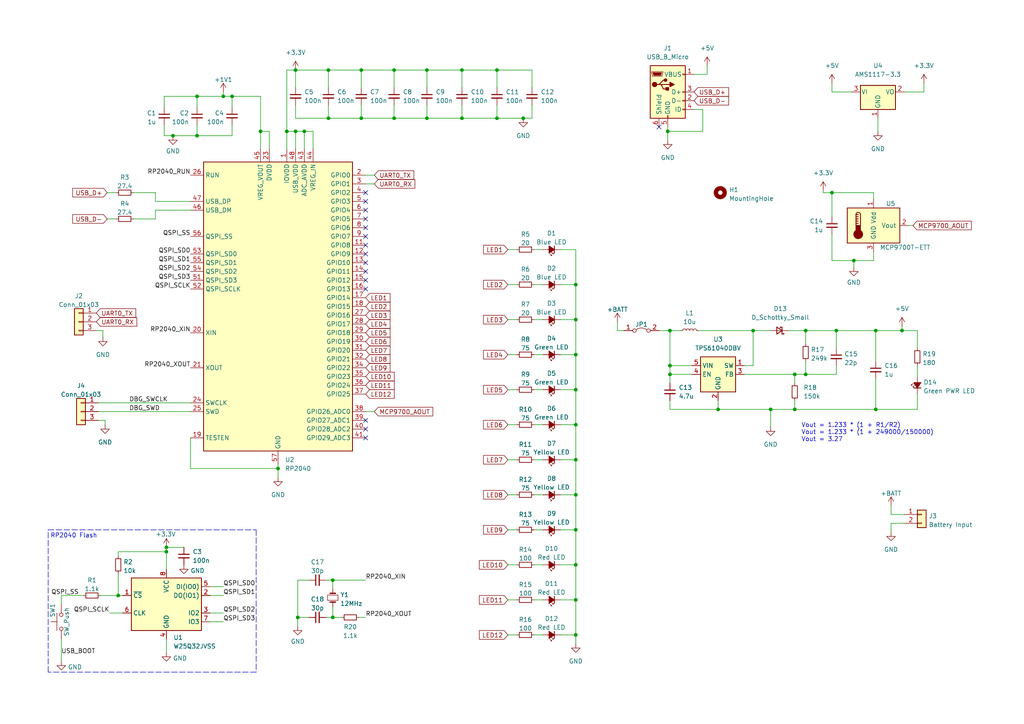
<source format=kicad_sch>
(kicad_sch (version 20211123) (generator eeschema)
  (paper "A4")
  (title_block (title "Christmas Ornament 2022") (date "2022-12-08") (rev "A") (company "github.com/jacobantoun"))
  (junction (at 230.505 108.585))
  (junction (at 114.3 20.32))
  (junction (at 133.985 34.29))
  (junction (at 86.36 179.07))
  (junction (at 167.005 173.99))
  (junction (at 104.775 20.32))
  (junction (at 194.31 95.885))
  (junction (at 167.005 82.55))
  (junction (at 167.005 184.15))
  (junction (at 167.005 153.67))
  (junction (at 85.725 20.32))
  (junction (at 167.005 113.03))
  (junction (at 223.52 118.745))
  (junction (at 95.25 20.32))
  (junction (at 80.645 135.89))
  (junction (at 64.77 27.94))
  (junction (at 230.505 118.745))
  (junction (at 151.765 34.29))
  (junction (at 96.52 168.275))
  (junction (at 167.005 143.51))
  (junction (at 167.005 163.83))
  (junction (at 88.265 38.1))
  (junction (at 95.25 34.29))
  (junction (at 144.145 20.32))
  (junction (at 241.3 55.88))
  (junction (at 208.28 118.745))
  (junction (at 144.145 34.29))
  (junction (at 50.165 39.37))
  (junction (at 67.31 27.94))
  (junction (at 167.005 92.71))
  (junction (at 114.3 34.29))
  (junction (at 167.005 102.87))
  (junction (at 247.65 75.565))
  (junction (at 233.68 108.585))
  (junction (at 133.985 20.32))
  (junction (at 85.725 38.1))
  (junction (at 57.15 27.94))
  (junction (at 233.68 95.885))
  (junction (at 167.005 123.19))
  (junction (at 34.29 172.72))
  (junction (at 261.62 95.885))
  (junction (at 75.565 38.1))
  (junction (at 194.31 108.585))
  (junction (at 123.825 34.29))
  (junction (at 48.26 158.75))
  (junction (at 167.005 133.35))
  (junction (at 218.44 95.885))
  (junction (at 96.52 179.07))
  (junction (at 193.675 38.1))
  (junction (at 83.185 38.1))
  (junction (at 254 95.885))
  (junction (at 123.825 20.32))
  (junction (at 104.775 34.29))
  (junction (at 48.26 160.02))
  (junction (at 194.31 106.045))
  (junction (at 254 118.745))
  (junction (at 57.15 39.37))
  (junction (at 242.57 95.885))
  (no_connect (at 106.045 58.42))
  (no_connect (at 106.045 83.82))
  (no_connect (at 106.045 127))
  (no_connect (at 106.045 124.46))
  (no_connect (at 106.045 78.74))
  (no_connect (at 106.045 81.28))
  (no_connect (at 106.045 71.12))
  (no_connect (at 106.045 63.5))
  (no_connect (at 106.045 66.04))
  (no_connect (at 106.045 76.2))
  (no_connect (at 191.135 36.83))
  (no_connect (at 106.045 60.96))
  (no_connect (at 106.045 73.66))
  (no_connect (at 106.045 68.58))
  (no_connect (at 106.045 121.92))
  (no_connect (at 106.045 55.88))
  (polyline (pts (xy 13.97 153.67) (xy 74.295 153.67)))
  (wire (pts (xy 247.65 75.565) (xy 253.365 75.565)))
  (wire (pts (xy 86.36 179.07) (xy 86.36 168.275)))
  (wire (pts (xy 241.3 62.865) (xy 241.3 55.88)))
  (wire (pts (xy 241.3 26.67) (xy 247.015 26.67)))
  (wire (pts (xy 218.44 95.885) (xy 218.44 106.045)))
  (wire (pts (xy 90.805 38.1) (xy 90.805 43.18)))
  (wire (pts (xy 88.265 38.1) (xy 90.805 38.1)))
  (wire (pts (xy 162.56 123.19) (xy 167.005 123.19)))
  (wire (pts (xy 147.32 123.19) (xy 149.86 123.19)))
  (wire (pts (xy 233.68 95.885) (xy 242.57 95.885)))
  (wire (pts (xy 95.25 20.32) (xy 95.25 25.4)))
  (wire (pts (xy 55.245 60.96) (xy 45.085 60.96)))
  (wire (pts (xy 208.28 116.205) (xy 208.28 118.745)))
  (wire (pts (xy 238.76 55.245) (xy 238.76 55.88)))
  (wire (pts (xy 201.295 31.75) (xy 203.835 31.75)))
  (wire (pts (xy 48.26 158.75) (xy 53.34 158.75)))
  (wire (pts (xy 57.15 27.94) (xy 64.77 27.94)))
  (wire (pts (xy 154.94 72.39) (xy 157.48 72.39)))
  (wire (pts (xy 233.68 95.885) (xy 233.68 99.695)))
  (wire (pts (xy 85.725 34.29) (xy 85.725 30.48)))
  (wire (pts (xy 144.145 20.32) (xy 154.305 20.32)))
  (wire (pts (xy 203.835 38.1) (xy 193.675 38.1)))
  (wire (pts (xy 133.985 20.32) (xy 133.985 25.4)))
  (wire (pts (xy 29.845 95.885) (xy 27.94 95.885)))
  (wire (pts (xy 123.825 34.29) (xy 133.985 34.29)))
  (wire (pts (xy 96.52 170.815) (xy 96.52 168.275)))
  (wire (pts (xy 75.565 27.94) (xy 75.565 38.1)))
  (wire (pts (xy 162.56 92.71) (xy 167.005 92.71)))
  (wire (pts (xy 94.615 179.07) (xy 96.52 179.07)))
  (wire (pts (xy 34.29 166.37) (xy 34.29 172.72)))
  (wire (pts (xy 29.845 97.79) (xy 29.845 95.885)))
  (wire (pts (xy 162.56 82.55) (xy 167.005 82.55)))
  (wire (pts (xy 95.25 20.32) (xy 104.775 20.32)))
  (wire (pts (xy 261.62 94.615) (xy 261.62 95.885)))
  (wire (pts (xy 96.52 179.07) (xy 96.52 175.895)))
  (wire (pts (xy 228.6 95.885) (xy 233.68 95.885)))
  (wire (pts (xy 154.94 123.19) (xy 157.48 123.19)))
  (wire (pts (xy 154.94 133.35) (xy 157.48 133.35)))
  (wire (pts (xy 167.005 72.39) (xy 162.56 72.39)))
  (wire (pts (xy 67.31 39.37) (xy 67.31 36.195)))
  (wire (pts (xy 241.3 55.88) (xy 253.365 55.88)))
  (wire (pts (xy 34.29 172.72) (xy 35.56 172.72)))
  (wire (pts (xy 194.31 106.045) (xy 194.31 95.885)))
  (wire (pts (xy 83.185 38.1) (xy 83.185 43.18)))
  (wire (pts (xy 28.575 116.84) (xy 55.245 116.84)))
  (wire (pts (xy 47.625 27.94) (xy 47.625 31.115)))
  (wire (pts (xy 57.15 39.37) (xy 67.31 39.37)))
  (wire (pts (xy 38.735 63.5) (xy 45.085 63.5)))
  (wire (pts (xy 45.085 60.96) (xy 45.085 63.5)))
  (wire (pts (xy 45.085 58.42) (xy 55.245 58.42)))
  (wire (pts (xy 254 118.745) (xy 266.065 118.745)))
  (wire (pts (xy 167.005 102.87) (xy 167.005 92.71)))
  (wire (pts (xy 85.725 20.32) (xy 83.185 20.32)))
  (wire (pts (xy 57.15 27.94) (xy 57.15 31.115)))
  (wire (pts (xy 223.52 118.745) (xy 223.52 123.825)))
  (wire (pts (xy 154.94 82.55) (xy 157.48 82.55)))
  (wire (pts (xy 167.005 82.55) (xy 167.005 72.39)))
  (wire (pts (xy 167.005 123.19) (xy 167.005 113.03)))
  (wire (pts (xy 162.56 102.87) (xy 167.005 102.87)))
  (wire (pts (xy 133.985 34.29) (xy 144.145 34.29)))
  (wire (pts (xy 218.44 95.885) (xy 223.52 95.885)))
  (wire (pts (xy 123.825 20.32) (xy 123.825 25.4)))
  (wire (pts (xy 223.52 118.745) (xy 230.505 118.745)))
  (wire (pts (xy 254 109.855) (xy 254 118.745)))
  (wire (pts (xy 95.25 30.48) (xy 95.25 34.29)))
  (wire (pts (xy 179.07 93.345) (xy 179.07 95.885)))
  (wire (pts (xy 194.31 118.745) (xy 208.28 118.745)))
  (wire (pts (xy 114.3 20.32) (xy 123.825 20.32)))
  (wire (pts (xy 162.56 133.35) (xy 167.005 133.35)))
  (wire (pts (xy 179.07 95.885) (xy 180.975 95.885)))
  (wire (pts (xy 194.31 95.885) (xy 197.485 95.885)))
  (wire (pts (xy 45.085 55.88) (xy 45.085 58.42)))
  (wire (pts (xy 123.825 20.32) (xy 133.985 20.32)))
  (wire (pts (xy 167.005 186.69) (xy 167.005 184.15)))
  (wire (pts (xy 106.045 179.07) (xy 104.14 179.07)))
  (wire (pts (xy 263.525 65.405) (xy 264.795 65.405)))
  (wire (pts (xy 47.625 39.37) (xy 50.165 39.37)))
  (wire (pts (xy 167.005 173.99) (xy 167.005 163.83)))
  (wire (pts (xy 215.9 106.045) (xy 218.44 106.045)))
  (wire (pts (xy 34.29 160.02) (xy 48.26 160.02)))
  (wire (pts (xy 104.775 34.29) (xy 114.3 34.29)))
  (wire (pts (xy 104.775 20.32) (xy 114.3 20.32)))
  (wire (pts (xy 261.62 95.885) (xy 254 95.885)))
  (wire (pts (xy 55.245 127) (xy 55.245 135.89)))
  (wire (pts (xy 154.94 92.71) (xy 157.48 92.71)))
  (wire (pts (xy 34.29 161.29) (xy 34.29 160.02)))
  (wire (pts (xy 48.26 185.42) (xy 48.26 189.23)))
  (wire (pts (xy 31.115 63.5) (xy 33.655 63.5)))
  (wire (pts (xy 64.77 26.67) (xy 64.77 27.94)))
  (wire (pts (xy 167.005 184.15) (xy 167.005 173.99)))
  (wire (pts (xy 167.005 113.03) (xy 167.005 102.87)))
  (wire (pts (xy 31.75 177.8) (xy 35.56 177.8)))
  (wire (pts (xy 242.57 95.885) (xy 254 95.885)))
  (wire (pts (xy 57.15 27.94) (xy 47.625 27.94)))
  (wire (pts (xy 106.045 50.8) (xy 108.585 50.8)))
  (wire (pts (xy 38.735 55.88) (xy 45.085 55.88)))
  (wire (pts (xy 60.96 177.8) (xy 64.77 177.8)))
  (wire (pts (xy 147.32 173.99) (xy 149.86 173.99)))
  (wire (pts (xy 88.265 38.1) (xy 88.265 43.18)))
  (wire (pts (xy 83.185 20.32) (xy 83.185 38.1)))
  (wire (pts (xy 50.165 39.37) (xy 57.15 39.37)))
  (wire (pts (xy 191.135 95.885) (xy 194.31 95.885)))
  (wire (pts (xy 96.52 168.275) (xy 94.615 168.275)))
  (wire (pts (xy 106.045 119.38) (xy 108.585 119.38)))
  (wire (pts (xy 215.9 108.585) (xy 230.505 108.585)))
  (wire (pts (xy 86.36 168.275) (xy 89.535 168.275)))
  (wire (pts (xy 241.3 24.13) (xy 241.3 26.67)))
  (wire (pts (xy 167.005 92.71) (xy 167.005 82.55)))
  (wire (pts (xy 144.145 20.32) (xy 144.145 25.4)))
  (wire (pts (xy 267.97 24.13) (xy 267.97 26.67)))
  (wire (pts (xy 147.32 113.03) (xy 149.86 113.03)))
  (wire (pts (xy 253.365 55.88) (xy 253.365 57.785)))
  (wire (pts (xy 48.26 158.75) (xy 48.26 160.02)))
  (wire (pts (xy 242.57 95.885) (xy 242.57 100.965)))
  (wire (pts (xy 147.32 163.83) (xy 149.86 163.83)))
  (wire (pts (xy 258.445 151.765) (xy 262.255 151.765)))
  (wire (pts (xy 254.635 38.1) (xy 254.635 34.29)))
  (wire (pts (xy 144.145 34.29) (xy 151.765 34.29)))
  (wire (pts (xy 194.31 116.205) (xy 194.31 118.745)))
  (wire (pts (xy 31.115 55.88) (xy 33.655 55.88)))
  (wire (pts (xy 114.3 30.48) (xy 114.3 34.29)))
  (wire (pts (xy 106.045 168.275) (xy 96.52 168.275)))
  (wire (pts (xy 147.32 133.35) (xy 149.86 133.35)))
  (wire (pts (xy 230.505 108.585) (xy 233.68 108.585)))
  (wire (pts (xy 162.56 113.03) (xy 167.005 113.03)))
  (wire (pts (xy 78.105 38.1) (xy 75.565 38.1)))
  (wire (pts (xy 162.56 153.67) (xy 167.005 153.67)))
  (wire (pts (xy 29.21 172.72) (xy 34.29 172.72)))
  (wire (pts (xy 162.56 163.83) (xy 167.005 163.83)))
  (wire (pts (xy 241.3 67.945) (xy 241.3 75.565)))
  (wire (pts (xy 258.445 149.225) (xy 262.255 149.225)))
  (wire (pts (xy 167.005 163.83) (xy 167.005 153.67)))
  (wire (pts (xy 238.76 55.88) (xy 241.3 55.88)))
  (wire (pts (xy 258.445 146.685) (xy 258.445 149.225)))
  (wire (pts (xy 106.045 53.34) (xy 108.585 53.34)))
  (wire (pts (xy 80.645 134.62) (xy 80.645 135.89)))
  (wire (pts (xy 64.77 27.94) (xy 67.31 27.94)))
  (wire (pts (xy 85.725 38.1) (xy 85.725 43.18)))
  (wire (pts (xy 147.32 102.87) (xy 149.86 102.87)))
  (wire (pts (xy 154.94 163.83) (xy 157.48 163.83)))
  (wire (pts (xy 114.3 34.29) (xy 123.825 34.29)))
  (wire (pts (xy 247.65 75.565) (xy 247.65 77.47)))
  (wire (pts (xy 147.32 82.55) (xy 149.86 82.55)))
  (wire (pts (xy 133.985 20.32) (xy 144.145 20.32)))
  (wire (pts (xy 154.94 184.15) (xy 157.48 184.15)))
  (wire (pts (xy 258.445 154.305) (xy 258.445 151.765)))
  (wire (pts (xy 208.28 118.745) (xy 223.52 118.745)))
  (wire (pts (xy 55.245 135.89) (xy 80.645 135.89)))
  (wire (pts (xy 194.31 108.585) (xy 200.66 108.585)))
  (wire (pts (xy 230.505 108.585) (xy 230.505 111.125)))
  (wire (pts (xy 60.96 172.72) (xy 64.77 172.72)))
  (wire (pts (xy 86.36 181.61) (xy 86.36 179.07)))
  (wire (pts (xy 201.295 21.59) (xy 205.105 21.59)))
  (wire (pts (xy 193.675 36.83) (xy 193.675 38.1)))
  (wire (pts (xy 123.825 30.48) (xy 123.825 34.29)))
  (wire (pts (xy 205.105 19.05) (xy 205.105 21.59)))
  (wire (pts (xy 162.56 143.51) (xy 167.005 143.51)))
  (wire (pts (xy 151.765 34.29) (xy 154.305 34.29)))
  (wire (pts (xy 194.31 108.585) (xy 194.31 106.045)))
  (wire (pts (xy 267.97 26.67) (xy 262.255 26.67)))
  (wire (pts (xy 193.675 38.1) (xy 193.675 40.64)))
  (wire (pts (xy 147.32 153.67) (xy 149.86 153.67)))
  (wire (pts (xy 203.835 31.75) (xy 203.835 38.1)))
  (wire (pts (xy 154.94 153.67) (xy 157.48 153.67)))
  (wire (pts (xy 266.065 95.885) (xy 261.62 95.885)))
  (wire (pts (xy 162.56 173.99) (xy 167.005 173.99)))
  (wire (pts (xy 202.565 95.885) (xy 218.44 95.885)))
  (wire (pts (xy 241.3 75.565) (xy 247.65 75.565)))
  (wire (pts (xy 154.305 20.32) (xy 154.305 25.4)))
  (wire (pts (xy 114.3 20.32) (xy 114.3 25.4)))
  (wire (pts (xy 60.96 180.34) (xy 64.77 180.34)))
  (wire (pts (xy 253.365 75.565) (xy 253.365 73.025)))
  (wire (pts (xy 144.145 30.48) (xy 144.145 34.29)))
  (wire (pts (xy 99.06 179.07) (xy 96.52 179.07)))
  (wire (pts (xy 17.78 172.72) (xy 24.13 172.72)))
  (wire (pts (xy 230.505 118.745) (xy 230.505 116.205)))
  (wire (pts (xy 230.505 118.745) (xy 254 118.745)))
  (wire (pts (xy 30.48 121.92) (xy 30.48 123.19)))
  (wire (pts (xy 60.96 170.18) (xy 64.77 170.18)))
  (polyline (pts (xy 13.97 194.945) (xy 13.97 153.67)))
  (wire (pts (xy 147.32 92.71) (xy 149.86 92.71)))
  (wire (pts (xy 194.31 111.125) (xy 194.31 108.585)))
  (wire (pts (xy 154.94 143.51) (xy 157.48 143.51)))
  (wire (pts (xy 86.36 179.07) (xy 89.535 179.07)))
  (wire (pts (xy 48.26 160.02) (xy 48.26 165.1)))
  (wire (pts (xy 242.57 106.045) (xy 242.57 108.585)))
  (wire (pts (xy 47.625 36.195) (xy 47.625 39.37)))
  (wire (pts (xy 133.985 30.48) (xy 133.985 34.29)))
  (wire (pts (xy 154.94 113.03) (xy 157.48 113.03)))
  (wire (pts (xy 28.575 121.92) (xy 30.48 121.92)))
  (wire (pts (xy 154.94 102.87) (xy 157.48 102.87)))
  (polyline (pts (xy 74.295 194.945) (xy 13.97 194.945)))
  (wire (pts (xy 266.065 100.965) (xy 266.065 95.885)))
  (wire (pts (xy 266.065 114.3) (xy 266.065 118.745)))
  (wire (pts (xy 233.68 104.775) (xy 233.68 108.585)))
  (wire (pts (xy 266.065 106.045) (xy 266.065 109.22)))
  (wire (pts (xy 149.86 72.39) (xy 147.32 72.39)))
  (wire (pts (xy 85.725 20.32) (xy 95.25 20.32)))
  (wire (pts (xy 85.725 25.4) (xy 85.725 20.32)))
  (wire (pts (xy 95.25 34.29) (xy 85.725 34.29)))
  (wire (pts (xy 95.25 34.29) (xy 104.775 34.29)))
  (wire (pts (xy 147.32 143.51) (xy 149.86 143.51)))
  (wire (pts (xy 17.78 185.42) (xy 17.78 191.77)))
  (wire (pts (xy 167.005 143.51) (xy 167.005 133.35)))
  (wire (pts (xy 28.575 119.38) (xy 55.245 119.38)))
  (wire (pts (xy 80.645 135.89) (xy 80.645 138.43)))
  (wire (pts (xy 194.31 106.045) (xy 200.66 106.045)))
  (wire (pts (xy 17.78 172.72) (xy 17.78 175.26)))
  (wire (pts (xy 254 104.775) (xy 254 95.885)))
  (wire (pts (xy 67.31 31.115) (xy 67.31 27.94)))
  (wire (pts (xy 154.94 173.99) (xy 157.48 173.99)))
  (wire (pts (xy 154.305 30.48) (xy 154.305 34.29)))
  (wire (pts (xy 78.105 43.18) (xy 78.105 38.1)))
  (wire (pts (xy 85.725 38.1) (xy 88.265 38.1)))
  (wire (pts (xy 75.565 38.1) (xy 75.565 43.18)))
  (wire (pts (xy 167.005 133.35) (xy 167.005 123.19)))
  (wire (pts (xy 147.32 184.15) (xy 149.86 184.15)))
  (polyline (pts (xy 74.295 153.67) (xy 74.295 194.945)))
  (wire (pts (xy 104.775 20.32) (xy 104.775 25.4)))
  (wire (pts (xy 67.31 27.94) (xy 75.565 27.94)))
  (wire (pts (xy 57.15 36.195) (xy 57.15 39.37)))
  (wire (pts (xy 167.005 153.67) (xy 167.005 143.51)))
  (wire (pts (xy 104.775 30.48) (xy 104.775 34.29)))
  (wire (pts (xy 162.56 184.15) (xy 167.005 184.15)))
  (wire (pts (xy 83.185 38.1) (xy 85.725 38.1)))
  (wire (pts (xy 233.68 108.585) (xy 242.57 108.585)))
  (text "RP2040 Flash" (at 14.605 156.21 0) (effects (font (size 1.27 1.27)) (justify left bottom)))
  (text "Vout = 1.233 * (1 + R1/R2)\nVout = 1.233 * (1 + 249000/150000)\nVout = 3.27" (at 232.41 128.27 0) (effects (font (size 1.27 1.27)) (justify left bottom)))
  (label "QSPI_SD2" (at 55.245 78.74 180))
  (label "RP2040_XOUT" (at 55.245 106.68 180))
  (label "QSPI_SD1" (at 55.245 76.2 180))
  (label "RP2040_XIN" (at 106.045 168.275 0))
  (label "QSPI_SCLK" (at 55.245 83.82 180))
  (label "USB_BOOT" (at 17.78 189.865 0))
  (label "RP2040_XOUT" (at 106.045 179.07 0))
  (label "DBG_SWD" (at 37.465 119.38 0))
  (label "RP2040_XIN" (at 55.245 96.52 180))
  (label "QSPI_SD0" (at 64.77 170.18 0))
  (label "QSPI_SD3" (at 55.245 81.28 180))
  (label "QSPI_SCLK" (at 31.75 177.8 180))
  (label "QSPI_SD1" (at 64.77 172.72 0))
  (label "QSPI_SD3" (at 64.77 180.34 0))
  (label "DBG_SWCLK" (at 37.465 116.84 0))
  (label "QSPI_SS" (at 22.86 172.72 180))
  (label "QSPI_SS" (at 55.245 68.58 180))
  (label "RP2040_RUN" (at 55.245 50.8 180))
  (label "QSPI_SD2" (at 64.77 177.8 0))
  (label "QSPI_SD0" (at 55.245 73.66 180))
  (global_label "LED6" (shape input) (at 106.045 99.06 0) (property "Intersheet References" "${INTERSHEET_REFS}" (effects hide)))
  (global_label "LED2" (shape input) (at 106.045 88.9 0) (property "Intersheet References" "${INTERSHEET_REFS}" (effects hide)))
  (global_label "UART0_RX" (shape input) (at 108.585 53.34 0) (property "Intersheet References" "${INTERSHEET_REFS}" (effects hide)))
  (global_label "LED7" (shape input) (at 106.045 101.6 0) (property "Intersheet References" "${INTERSHEET_REFS}" (effects hide)))
  (global_label "USB_D+" (shape input) (at 201.295 26.67 0) (property "Intersheet References" "${INTERSHEET_REFS}" (effects hide)))
  (global_label "LED4" (shape input) (at 106.045 93.98 0) (property "Intersheet References" "${INTERSHEET_REFS}" (effects hide)))
  (global_label "LED11" (shape input) (at 147.32 173.99 180) (property "Intersheet References" "${INTERSHEET_REFS}" (effects hide)))
  (global_label "USB_D-" (shape input) (at 201.295 29.21 0) (property "Intersheet References" "${INTERSHEET_REFS}" (effects hide)))
  (global_label "MCP9700_AOUT" (shape input) (at 264.795 65.405 0) (property "Intersheet References" "${INTERSHEET_REFS}" (effects hide)))
  (global_label "LED4" (shape input) (at 147.32 102.87 180) (property "Intersheet References" "${INTERSHEET_REFS}" (effects hide)))
  (global_label "LED12" (shape input) (at 106.045 114.3 0) (property "Intersheet References" "${INTERSHEET_REFS}" (effects hide)))
  (global_label "LED7" (shape input) (at 147.32 133.35 180) (property "Intersheet References" "${INTERSHEET_REFS}" (effects hide)))
  (global_label "LED10" (shape input) (at 147.32 163.83 180) (property "Intersheet References" "${INTERSHEET_REFS}" (effects hide)))
  (global_label "USB_D+" (shape input) (at 31.115 55.88 180) (property "Intersheet References" "${INTERSHEET_REFS}" (effects hide)))
  (global_label "UART0_TX" (shape input) (at 27.94 90.805 0) (property "Intersheet References" "${INTERSHEET_REFS}" (effects hide)))
  (global_label "LED2" (shape input) (at 147.32 82.55 180) (property "Intersheet References" "${INTERSHEET_REFS}" (effects hide)))
  (global_label "LED10" (shape input) (at 106.045 109.22 0) (property "Intersheet References" "${INTERSHEET_REFS}" (effects hide)))
  (global_label "LED9" (shape input) (at 106.045 106.68 0) (property "Intersheet References" "${INTERSHEET_REFS}" (effects hide)))
  (global_label "LED1" (shape input) (at 106.045 86.36 0) (property "Intersheet References" "${INTERSHEET_REFS}" (effects hide)))
  (global_label "LED6" (shape input) (at 147.32 123.19 180) (property "Intersheet References" "${INTERSHEET_REFS}" (effects hide)))
  (global_label "LED12" (shape input) (at 147.32 184.15 180) (property "Intersheet References" "${INTERSHEET_REFS}" (effects hide)))
  (global_label "UART0_RX" (shape input) (at 27.94 93.345 0) (property "Intersheet References" "${INTERSHEET_REFS}" (effects hide)))
  (global_label "LED3" (shape input) (at 147.32 92.71 180) (property "Intersheet References" "${INTERSHEET_REFS}" (effects hide)))
  (global_label "LED5" (shape input) (at 147.32 113.03 180) (property "Intersheet References" "${INTERSHEET_REFS}" (effects hide)))
  (global_label "LED1" (shape input) (at 147.32 72.39 180) (property "Intersheet References" "${INTERSHEET_REFS}" (effects hide)))
  (global_label "UART0_TX" (shape input) (at 108.585 50.8 0) (property "Intersheet References" "${INTERSHEET_REFS}" (effects hide)))
  (global_label "LED8" (shape input) (at 147.32 143.51 180) (property "Intersheet References" "${INTERSHEET_REFS}" (effects hide)))
  (global_label "MCP9700_AOUT" (shape input) (at 108.585 119.38 0) (property "Intersheet References" "${INTERSHEET_REFS}" (effects hide)))
  (global_label "USB_D-" (shape input) (at 31.115 63.5 180) (property "Intersheet References" "${INTERSHEET_REFS}" (effects hide)))
  (global_label "LED3" (shape input) (at 106.045 91.44 0) (property "Intersheet References" "${INTERSHEET_REFS}" (effects hide)))
  (global_label "LED8" (shape input) (at 106.045 104.14 0) (property "Intersheet References" "${INTERSHEET_REFS}" (effects hide)))
  (global_label "LED11" (shape input) (at 106.045 111.76 0) (property "Intersheet References" "${INTERSHEET_REFS}" (effects hide)))
  (global_label "LED9" (shape input) (at 147.32 153.67 180) (property "Intersheet References" "${INTERSHEET_REFS}" (effects hide)))
  (global_label "LED5" (shape input) (at 106.045 96.52 0) (property "Intersheet References" "${INTERSHEET_REFS}" (effects hide)))
  (symbol (lib_id "power:GND") (at 80.645 138.43 0) (unit 1)
    (property "Reference" "#PWR07" (effects hide))
    (property "Value" "GND" (at 80.645 143.51 0))
  )
  (symbol (lib_id "power:GND") (at 151.765 34.29 0) (unit 1)
    (property "Reference" "#PWR010" (effects hide))
    (property "Value" "GND" (at 151.765 39.37 0))
  )
  (symbol (lib_id "Device:R_Small") (at 152.4 72.39 90) (unit 1)
    (property "Reference" "R5" (at 152.4 67.9536 90))
    (property "Value" "20" (at 152.4 70.4905 90))
    (property "Footprint" "Resistor_SMD:R_0603_1608Metric" (effects hide))
    (property "Vendor" "JLCPCB" (effects hide))
    (property "Part Number" "C22950" (effects hide))
    (property "Description" "100mW Thick Film Resistors 75V ±100ppm/℃ ±1% -55℃~+155℃ 20Ω 0603  Chip Resistor - Surface Mount ROHS" (effects hide))
  )
  (symbol (lib_id "power:+5V") (at 205.105 19.05 0) (unit 1)
    (property "Reference" "#PWR013" (effects hide))
    (property "Value" "+5V" (at 205.105 13.97 0))
  )
  (symbol (lib_id "Device:C_Small") (at 154.305 27.94 0) (unit 1)
    (property "Reference" "C12" (at 156.845 26.6762 0) (effects (justify left)))
    (property "Value" "100n" (at 156.845 29.2162 0) (effects (justify left)))
    (property "Footprint" "Capacitor_SMD:C_0402_1005Metric" (effects hide))
    (property "Vendor" "JLCPCB" (effects hide))
    (property "Part Number" "C60474" (effects hide))
    (property "Description" "16V 100nF X7R ±10% 0402 Multilayer Ceramic Capacitors MLCC - SMD/SMT ROHS" (effects hide))
  )
  (symbol (lib_id "Device:R_Small") (at 152.4 153.67 90) (unit 1)
    (property "Reference" "R13" (at 152.4 149.2336 90))
    (property "Value" "75" (at 152.4 151.7705 90))
    (property "Footprint" "Resistor_SMD:R_0603_1608Metric" (effects hide))
    (property "Vendor" "JLCPCB" (effects hide))
    (property "Part Number" "C4275" (effects hide))
    (property "Description" "100mW Thick Film Resistors 75V ±1% ±200ppm/℃ -55℃~+155℃ 75Ω 0603 Chip Resistor - Surface Mount ROHS" (effects hide))
  )
  (symbol (lib_id "Switch:SW_Push") (at 17.78 180.34 90) (unit 1)
    (property "Reference" "SW1" (at 15.24 179.07 0) (effects (justify left)))
    (property "Value" "SW_Push" (at 19.304 180.34 0))
    (property "Footprint" "Ornament Footprints:TS-1187A-B-A-B" (effects hide))
    (property "Vendor" "JLCPCB" (effects hide))
    (property "Part Number" "C318884" (effects hide))
    (property "Description" "No NO 50mA 5.1mm 100mΩ 100000 160gf 12V -30℃~+85℃ 5.1mm 1.5mm Golden Round Button Brick nogging SPST SMD Tactile Switches ROHS" (effects hide))
  )
  (symbol (lib_id "Device:C_Small") (at 194.31 113.665 0) (unit 1)
    (property "Reference" "C13" (at 196.85 112.4012 0) (effects (justify left)))
    (property "Value" "4.7u" (at 196.85 114.9412 0) (effects (justify left)))
    (property "Footprint" "Capacitor_SMD:C_0805_2012Metric" (effects hide))
    (property "Vendor" "JLCPCB" (effects hide))
    (property "Part Number" "C1779" (effects hide))
    (property "Description" "25V 4.7uF X5R ±10% 0805 Multilayer Ceramic Capacitors MLCC - SMD/SMT ROHS" (effects hide))
  )
  (symbol (lib_id "Device:R_Small") (at 152.4 113.03 90) (unit 1)
    (property "Reference" "R9" (at 152.4 108.5936 90))
    (property "Value" "75" (at 152.4 111.1305 90))
    (property "Footprint" "Resistor_SMD:R_0603_1608Metric" (effects hide))
    (property "Vendor" "JLCPCB" (effects hide))
    (property "Part Number" "C4275" (effects hide))
    (property "Description" "100mW Thick Film Resistors 75V ±1% ±200ppm/℃ -55℃~+155℃ 75Ω 0603 Chip Resistor - Surface Mount ROHS" (effects hide))
  )
  (symbol (lib_id "Regulator_Linear:AMS1117-3.3") (at 254.635 26.67 0) (unit 1)
    (property "Reference" "U4" (at 254.635 19.05 0))
    (property "Value" "AMS1117-3.3" (at 254.635 21.59 0))
    (property "Footprint" "Package_TO_SOT_SMD:SOT-223-3_TabPin2" (effects hide))
    (property "Datasheet" "http://www.advanced-monolithic.com/pdf/ds1117.pdf" (effects hide))
    (property "Vendor" "JLCPCB" (effects hide))
    (property "Part Number" "C6186" (effects hide))
    (property "Description" "72dB@(120Hz) 1A 1.3V@(800mA) Fixed 3.3V~3.3V Positive 1 SOT-223  Linear Voltage Regulators (LDO) ROHS" (effects hide))
  )
  (symbol (lib_id "power:GND") (at 193.675 40.64 0) (unit 1)
    (property "Reference" "#PWR012" (effects hide))
    (property "Value" "GND" (at 193.675 45.72 0))
  )
  (symbol (lib_id "Device:LED_Small_Filled") (at 160.02 143.51 180) (unit 1)
    (property "Reference" "D8" (at 159.9565 138.7942 0))
    (property "Value" "Yellow LED" (at 159.9565 141.3311 0))
    (property "Footprint" "LED_SMD:LED_0603_1608Metric" (effects hide))
    (property "Vendor" "JLCPCB" (effects hide))
    (property "Part Number" "C72038" (effects hide))
    (property "Description" "20mA 591nm Colorless transparence -40℃~+85℃ 585.5nm~591.5nm yellow 120° 60mW 0603 Light Emitting Diodes (LED) ROHS" (effects hide))
  )
  (symbol (lib_id "Sensor_Temperature:MCP9700T-ETT") (at 253.365 65.405 0) (unit 1)
    (property "Reference" "U5" (at 259.715 59.055 0) (effects (justify right)))
    (property "Value" "MCP9700T-ETT" (at 269.875 71.755 0) (effects (justify right)))
    (property "Footprint" "Package_TO_SOT_SMD:SOT-23" (effects hide))
    (property "Datasheet" "http://ww1.microchip.com/downloads/en/DeviceDoc/21942e.pdf" (effects hide))
    (property "Vendor" "JLCPCB" (effects hide))
    (property "Part Number" "C127949" (effects hide))
    (property "Description" "SOT-23(SOT-23-3) Temperature Sensors ROHS" (effects hide))
  )
  (symbol (lib_id "power:GND") (at 48.26 189.23 0) (unit 1)
    (property "Reference" "#PWR04" (effects hide))
    (property "Value" "GND" (at 50.165 190.9338 0) (effects (justify left)))
  )
  (symbol (lib_id "Device:Crystal_Small") (at 96.52 173.355 90) (unit 1)
    (property "Reference" "Y1" (at 98.679 172.5203 90) (effects (justify right)))
    (property "Value" "12MHz" (at 98.679 175.0572 90) (effects (justify right)))
    (property "Footprint" "Crystal:Crystal_SMD_3225-4Pin_3.2x2.5mm" (effects hide))
    (property "Description" "12MHz SMD Crystal Resonator 20pF 100Ω ±20ppm -20℃~+70℃ SMD3225-4P Crystals ROHS" (effects hide))
    (property "Vendor" "JLCPCB" (effects hide))
    (property "Part Number" "C258939" (effects hide))
  )
  (symbol (lib_id "Device:C_Small") (at 242.57 103.505 0) (unit 1)
    (property "Reference" "C15" (at 244.8941 102.6766 0) (effects (justify left)))
    (property "Value" "22p" (at 244.8941 105.2135 0) (effects (justify left)))
    (property "Footprint" "Capacitor_SMD:C_0805_2012Metric" (effects hide))
    (property "Vendor" "JLCPCB" (effects hide))
    (property "Part Number" "C1804" (effects hide))
    (property "Description" "50V 22pF C0G ±5% 0805 Multilayer Ceramic Capacitors MLCC - SMD/SMT ROHS" (effects hide))
  )
  (symbol (lib_id "power:+5V") (at 241.3 24.13 0) (unit 1)
    (property "Reference" "#PWR014" (effects hide))
    (property "Value" "+5V" (at 241.3 19.05 0))
  )
  (symbol (lib_id "Device:C_Small") (at 95.25 27.94 0) (unit 1)
    (property "Reference" "C6" (at 97.79 26.6762 0) (effects (justify left)))
    (property "Value" "100n" (at 97.79 29.2162 0) (effects (justify left)))
    (property "Footprint" "Capacitor_SMD:C_0402_1005Metric" (effects hide))
    (property "Vendor" "JLCPCB" (effects hide))
    (property "Part Number" "C60474" (effects hide))
    (property "Description" "16V 100nF X7R ±10% 0402 Multilayer Ceramic Capacitors MLCC - SMD/SMT ROHS" (effects hide))
  )
  (symbol (lib_id "Device:R_Small") (at 233.68 102.235 0) (unit 1)
    (property "Reference" "R17" (at 235.1786 101.4003 0) (effects (justify left)))
    (property "Value" "249k" (at 235.1786 103.9372 0) (effects (justify left)))
    (property "Footprint" "Resistor_SMD:R_0805_2012Metric" (effects hide))
    (property "Vendor" "JLCPCB" (effects hide))
    (property "Part Number" "C25825" (effects hide))
    (property "Description" "125mW Thick Film Resistors 150V ±100ppm/℃ ±1% -55℃~+155℃ 249kΩ 0805 Chip Resistor - Surface Mount ROHS" (effects hide))
  )
  (symbol (lib_id "Device:C_Small") (at 85.725 27.94 0) (unit 1)
    (property "Reference" "C5" (at 88.265 26.6762 0) (effects (justify left)))
    (property "Value" "100n" (at 88.265 29.2162 0) (effects (justify left)))
    (property "Footprint" "Capacitor_SMD:C_0402_1005Metric" (effects hide))
    (property "Vendor" "JLCPCB" (effects hide))
    (property "Part Number" "C60474" (effects hide))
    (property "Description" "16V 100nF X7R ±10% 0402 Multilayer Ceramic Capacitors MLCC - SMD/SMT ROHS" (effects hide))
  )
  (symbol (lib_id "power:+5V") (at 261.62 94.615 0) (unit 1)
    (property "Reference" "#PWR020" (effects hide))
    (property "Value" "+5V" (at 261.62 89.535 0))
  )
  (symbol (lib_id "Connector_Generic:Conn_01x03") (at 22.86 93.345 0) (mirror y) (unit 1) (in_bom no)
    (property "Reference" "J2" (at 22.86 85.8352 0))
    (property "Value" "Conn_01x03" (at 22.86 88.3721 0))
    (property "Footprint" "Connector_PinHeader_1.00mm:PinHeader_1x03_P1.00mm_Vertical" (effects hide))
  )
  (symbol (lib_id "Device:R_Small") (at 101.6 179.07 90) (unit 1)
    (property "Reference" "R20" (at 101.6 181.837 90))
    (property "Value" "1.1k" (at 101.6 184.3739 90))
    (property "Footprint" "Resistor_SMD:R_0603_1608Metric" (effects hide))
    (property "Description" "100mW Thick Film Resistors 75V ±100ppm/℃ ±1% -55℃~+155℃ 1.1kΩ 0603 Chip Resistor - Surface Mount ROHS" (effects hide))
    (property "Vendor" "JLCPCB" (effects hide))
    (property "Part Number" "C22764" (effects hide))
  )
  (symbol (lib_id "Device:LED_Small_Filled") (at 160.02 92.71 180) (unit 1)
    (property "Reference" "D3" (at 159.9565 87.9942 0))
    (property "Value" "Blue LED" (at 159.9565 90.5311 0))
    (property "Footprint" "LED_SMD:LED_0603_1608Metric" (effects hide))
    (property "Vendor" "JLCPCB" (effects hide))
    (property "Part Number" "C72041" (effects hide))
    (property "Description" "mA 468nm Colorless transparence -40℃~+85℃ 465nm~475nm blue 120° 110mW 0603 Light Emitting Diodes (LED) ROHS" (effects hide))
  )
  (symbol (lib_id "Connector_Generic:Conn_01x03") (at 23.495 119.38 0) (mirror y) (unit 1) (in_bom no)
    (property "Reference" "J4" (at 23.495 111.8702 0))
    (property "Value" "Conn_01x03" (at 23.495 114.4071 0))
    (property "Footprint" "Connector_PinHeader_1.00mm:PinHeader_1x03_P1.00mm_Vertical" (effects hide))
  )
  (symbol (lib_id "Device:R_Small") (at 26.67 172.72 90) (unit 1)
    (property "Reference" "R1" (at 26.67 168.2836 90))
    (property "Value" "1.1k" (at 26.67 170.8205 90))
    (property "Footprint" "Resistor_SMD:R_0603_1608Metric" (effects hide))
    (property "Description" "100mW Thick Film Resistors 75V ±100ppm/℃ ±1% -55℃~+155℃ 1.1kΩ 0603 Chip Resistor - Surface Mount ROHS" (effects hide))
    (property "Vendor" "JLCPCB" (effects hide))
    (property "Part Number" "C22764" (effects hide))
  )
  (symbol (lib_id "Device:C_Small") (at 92.075 168.275 90) (unit 1)
    (property "Reference" "C17" (at 92.0813 163.0131 90))
    (property "Value" "30p" (at 92.0813 165.55 90))
    (property "Footprint" "Capacitor_SMD:C_0402_1005Metric" (effects hide))
    (property "Description" "50V 30pF C0G ±5% 0402 Multilayer Ceramic Capacitors MLCC - SMD/SMT ROHS" (effects hide))
    (property "Vendor" "JLCPCB" (effects hide))
    (property "Part Number" "C1570" (effects hide))
  )
  (symbol (lib_id "Device:R_Small") (at 34.29 163.83 180) (unit 1)
    (property "Reference" "R2" (at 35.7886 162.9953 0) (effects (justify right)))
    (property "Value" "10k" (at 35.7886 165.5322 0) (effects (justify right)))
    (property "Footprint" "Resistor_SMD:R_0603_1608Metric" (effects hide))
    (property "Description" "100mW Thick Film Resistors 75V ±100ppm/℃ ±1% -55℃~+155℃ 10kΩ 0603 Chip Resistor - Surface Mount ROHS" (effects hide))
    (property "Vendor" "JLCPCB" (effects hide))
    (property "Part Number" "C25804" (effects hide))
  )
  (symbol (lib_id "Connector_Generic:Conn_01x02") (at 267.335 149.225 0) (unit 1)
    (property "Reference" "J3" (at 269.367 149.6603 0) (effects (justify left)))
    (property "Value" "Battery Input" (at 269.367 152.1972 0) (effects (justify left)))
    (property "Footprint" "Connector_PinHeader_2.54mm:PinHeader_1x02_P2.54mm_Vertical" (effects hide))
  )
  (symbol (lib_id "Device:LED_Small_Filled") (at 160.02 184.15 180) (unit 1)
    (property "Reference" "D12" (at 159.9565 179.4342 0))
    (property "Value" "Red LED" (at 159.9565 181.9711 0))
    (property "Footprint" "LED_SMD:LED_0603_1608Metric" (effects hide))
    (property "Vendor" "JLCPCB" (effects hide))
    (property "Part Number" "C2286" (effects hide))
    (property "Description" "Red 615~630nm 1.9~2.2V 0603 Light Emitting Diodes (LED) RoHS" (effects hide))
  )
  (symbol (lib_id "Device:C_Small") (at 133.985 27.94 0) (unit 1)
    (property "Reference" "C10" (at 136.525 26.6762 0) (effects (justify left)))
    (property "Value" "100n" (at 136.525 29.2162 0) (effects (justify left)))
    (property "Footprint" "Capacitor_SMD:C_0402_1005Metric" (effects hide))
    (property "Vendor" "JLCPCB" (effects hide))
    (property "Part Number" "C60474" (effects hide))
    (property "Description" "16V 100nF X7R ±10% 0402 Multilayer Ceramic Capacitors MLCC - SMD/SMT ROHS" (effects hide))
  )
  (symbol (lib_id "Mechanical:MountingHole") (at 208.915 55.88 0) (unit 1)
    (property "Reference" "H1" (at 211.455 55.0453 0) (effects (justify left)))
    (property "Value" "MountingHole" (at 211.455 57.5822 0) (effects (justify left)))
    (property "Footprint" "MountingHole:MountingHole_3.2mm_M3" (effects hide))
  )
  (symbol (lib_id "Device:C_Small") (at 144.145 27.94 0) (unit 1)
    (property "Reference" "C11" (at 146.685 26.6762 0) (effects (justify left)))
    (property "Value" "100n" (at 146.685 29.2162 0) (effects (justify left)))
    (property "Footprint" "Capacitor_SMD:C_0402_1005Metric" (effects hide))
    (property "Vendor" "JLCPCB" (effects hide))
    (property "Part Number" "C60474" (effects hide))
    (property "Description" "16V 100nF X7R ±10% 0402 Multilayer Ceramic Capacitors MLCC - SMD/SMT ROHS" (effects hide))
  )
  (symbol (lib_id "Device:C_Small") (at 104.775 27.94 0) (unit 1)
    (property "Reference" "C7" (at 107.315 26.6762 0) (effects (justify left)))
    (property "Value" "100n" (at 107.315 29.2162 0) (effects (justify left)))
    (property "Footprint" "Capacitor_SMD:C_0402_1005Metric" (effects hide))
    (property "Vendor" "JLCPCB" (effects hide))
    (property "Part Number" "C60474" (effects hide))
    (property "Description" "16V 100nF X7R ±10% 0402 Multilayer Ceramic Capacitors MLCC - SMD/SMT ROHS" (effects hide))
  )
  (symbol (lib_id "power:+3.3V") (at 48.26 158.75 0) (unit 1)
    (property "Reference" "#PWR03" (effects hide))
    (property "Value" "+3.3V" (at 45.085 154.94 0) (effects (justify left)))
  )
  (symbol (lib_id "Device:LED_Small_Filled") (at 160.02 153.67 180) (unit 1)
    (property "Reference" "D9" (at 159.9565 148.9542 0))
    (property "Value" "Yellow LED" (at 159.9565 151.4911 0))
    (property "Footprint" "LED_SMD:LED_0603_1608Metric" (effects hide))
    (property "Vendor" "JLCPCB" (effects hide))
    (property "Part Number" "C72038" (effects hide))
    (property "Description" "20mA 591nm Colorless transparence -40℃~+85℃ 585.5nm~591.5nm yellow 120° 60mW 0603 Light Emitting Diodes (LED) ROHS" (effects hide))
  )
  (symbol (lib_id "power:GND") (at 258.445 154.305 0) (unit 1)
    (property "Reference" "#PWR0103" (effects hide))
    (property "Value" "GND" (at 258.445 159.385 0))
  )
  (symbol (lib_id "Device:C_Small") (at 47.625 33.655 0) (unit 1)
    (property "Reference" "C1" (at 45.301 32.8266 0) (effects (justify right)))
    (property "Value" "1u" (at 45.301 35.3635 0) (effects (justify right)))
    (property "Footprint" "Capacitor_SMD:C_0805_2012Metric" (effects hide))
    (property "Vendor" "JLCPCB" (effects hide))
    (property "Part Number" "C28323" (effects hide))
    (property "Description" "50V 1uF X7R ±10% 0805 Multilayer Ceramic Capacitors MLCC - SMD/SMT ROHS" (effects hide))
  )
  (symbol (lib_id "Connector:USB_B_Micro") (at 193.675 26.67 0) (unit 1)
    (property "Reference" "J1" (at 193.675 13.97 0))
    (property "Value" "USB_B_Micro" (at 193.675 16.51 0))
    (property "Footprint" "Connector_USB:USB_Micro-B_Amphenol_10118194_Horizontal" (effects hide))
    (property "Vendor" "JLCPCB" (effects hide))
    (property "Part Number" "C132563" (effects hide))
    (property "Description" "USB 2.0 1 5 Female Micro-B SMD USB Connectors ROHS" (effects hide))
  )
  (symbol (lib_id "Device:R_Small") (at 152.4 102.87 90) (unit 1)
    (property "Reference" "R8" (at 152.4 98.4336 90))
    (property "Value" "75" (at 152.4 100.9705 90))
    (property "Footprint" "Resistor_SMD:R_0603_1608Metric" (effects hide))
    (property "Vendor" "JLCPCB" (effects hide))
    (property "Part Number" "C4275" (effects hide))
    (property "Description" "100mW Thick Film Resistors 75V ±1% ±200ppm/℃ -55℃~+155℃ 75Ω 0603 Chip Resistor - Surface Mount ROHS" (effects hide))
  )
  (symbol (lib_id "Device:LED_Small_Filled") (at 160.02 173.99 180) (unit 1)
    (property "Reference" "D11" (at 159.9565 169.2742 0))
    (property "Value" "Red LED" (at 159.9565 171.8111 0))
    (property "Footprint" "LED_SMD:LED_0603_1608Metric" (effects hide))
    (property "Vendor" "JLCPCB" (effects hide))
    (property "Part Number" "C2286" (effects hide))
    (property "Description" "Red 615~630nm 1.9~2.2V 0603 Light Emitting Diodes (LED) RoHS" (effects hide))
  )
  (symbol (lib_id "power:+3.3V") (at 267.97 24.13 0) (unit 1)
    (property "Reference" "#PWR019" (effects hide))
    (property "Value" "+3.3V" (at 267.97 19.05 0))
  )
  (symbol (lib_id "Device:R_Small") (at 152.4 92.71 90) (unit 1)
    (property "Reference" "R7" (at 152.4 88.2736 90))
    (property "Value" "20" (at 152.4 90.8105 90))
    (property "Footprint" "Resistor_SMD:R_0603_1608Metric" (effects hide))
    (property "Vendor" "JLCPCB" (effects hide))
    (property "Part Number" "C22950" (effects hide))
    (property "Description" "100mW Thick Film Resistors 75V ±100ppm/℃ ±1% -55℃~+155℃ 20Ω 0603  Chip Resistor - Surface Mount ROHS" (effects hide))
  )
  (symbol (lib_id "Device:R_Small") (at 266.065 103.505 180) (unit 1)
    (property "Reference" "R19" (at 267.5636 102.6703 0) (effects (justify right)))
    (property "Value" "180" (at 267.5636 105.2072 0) (effects (justify right)))
    (property "Footprint" "Resistor_SMD:R_0603_1608Metric" (effects hide))
    (property "Vendor" "JLCPCB" (effects hide))
    (property "Part Number" "C22828" (effects hide))
    (property "Description" "100mW Thick Film Resistors 75V ±100ppm/℃ ±1% -55℃~+155℃ 180Ω 0603 Chip Resistor - Surface Mount ROHS" (effects hide))
  )
  (symbol (lib_id "Device:C_Small") (at 57.15 33.655 0) (unit 1)
    (property "Reference" "C2" (at 54.8259 32.8266 0) (effects (justify right)))
    (property "Value" "100n" (at 54.8259 35.3635 0) (effects (justify right)))
    (property "Footprint" "Capacitor_SMD:C_0402_1005Metric" (effects hide))
    (property "Vendor" "JLCPCB" (effects hide))
    (property "Part Number" "C60474" (effects hide))
    (property "Description" "16V 100nF X7R ±10% 0402 Multilayer Ceramic Capacitors MLCC - SMD/SMT ROHS" (effects hide))
  )
  (symbol (lib_id "Device:R_Small") (at 152.4 184.15 90) (unit 1)
    (property "Reference" "R16" (at 152.4 179.7136 90))
    (property "Value" "100" (at 152.4 182.2505 90))
    (property "Footprint" "Resistor_SMD:R_0603_1608Metric" (effects hide))
    (property "Vendor" "JLCPCB" (effects hide))
    (property "Part Number" "C22775" (effects hide))
    (property "Description" "100mW Thick Film Resistors 75V ±1% ±200ppm/℃ -55℃~+155℃ 100Ω 0603  Chip Resistor - Surface Mount ROHS" (effects hide))
  )
  (symbol (lib_id "Device:LED_Small_Filled") (at 266.065 111.76 90) (unit 1)
    (property "Reference" "D14" (at 267.843 110.8618 90) (effects (justify right)))
    (property "Value" "Green PWR LED" (at 267.843 113.3987 90) (effects (justify right)))
    (property "Footprint" "LED_SMD:LED_0603_1608Metric" (effects hide))
    (property "Vendor" "JLCPCB" (effects hide))
    (property "Part Number" "C72043" (effects hide))
    (property "Description" "20mA 518nm Colorless transparence -40℃~+85℃ 520nm~535nm Emerald 120° 110mW 0603  Light Emitting Diodes (LED) ROHS" (effects hide))
  )
  (symbol (lib_id "Device:L_Small") (at 200.025 95.885 90) (unit 1)
    (property "Reference" "L1" (at 200.025 90.805 90))
    (property "Value" "10u" (at 200.025 93.345 90))
    (property "Footprint" "Ornament Footprints:CKCS252010" (effects hide))
    (property "Vendor" "JLCPCB" (effects hide))
    (property "Part Number" "C354548" (effects hide))
    (property "Description" "500mA 10uH ±20% 1.092Ω SMD Power Inductors ROHS" (effects hide))
  )
  (symbol (lib_id "power:GND") (at 223.52 123.825 0) (unit 1)
    (property "Reference" "#PWR016" (effects hide))
    (property "Value" "GND" (at 223.52 128.905 0))
  )
  (symbol (lib_id "Device:R_Small") (at 152.4 123.19 90) (unit 1)
    (property "Reference" "R10" (at 152.4 118.7536 90))
    (property "Value" "75" (at 152.4 121.2905 90))
    (property "Footprint" "Resistor_SMD:R_0603_1608Metric" (effects hide))
    (property "Vendor" "JLCPCB" (effects hide))
    (property "Part Number" "C4275" (effects hide))
    (property "Description" "100mW Thick Film Resistors 75V ±1% ±200ppm/℃ -55℃~+155℃ 75Ω 0603 Chip Resistor - Surface Mount ROHS" (effects hide))
  )
  (symbol (lib_id "MCU_RaspberryPi:RP2040") (at 80.645 88.9 0) (unit 1)
    (property "Reference" "U2" (at 82.6644 133.35 0) (effects (justify left)))
    (property "Value" "RP2040" (at 82.6644 135.89 0) (effects (justify left)))
    (property "Footprint" "Package_DFN_QFN:QFN-56-1EP_7x7mm_P0.4mm_EP3.2x3.2mm" (effects hide))
    (property "Datasheet" "https://datasheets.raspberrypi.com/rp2040/rp2040-datasheet.pdf" (effects hide))
    (property "Vendor" "JLCPCB" (effects hide))
    (property "Part Number" "C2040" (effects hide))
    (property "Description" "ARM Cortex-M0 1@x4ch/12bit USB Host/Device 2 264KB 2 133MHz 30 2 QFN-56(7x7) Microcontroller Units (MCUs/MPUs/SOCs) ROHS" (effects hide))
  )
  (symbol (lib_id "power:GND") (at 30.48 123.19 0) (unit 1)
    (property "Reference" "#PWR011" (effects hide))
    (property "Value" "GND" (at 30.48 128.27 0))
  )
  (symbol (lib_id "power:+1V1") (at 64.77 26.67 0) (unit 1)
    (property "Reference" "#PWR02" (effects hide))
    (property "Value" "+1V1" (at 64.77 23.0942 0))
  )
  (symbol (lib_id "Device:C_Small") (at 114.3 27.94 0) (unit 1)
    (property "Reference" "C8" (at 116.84 26.6762 0) (effects (justify left)))
    (property "Value" "100n" (at 116.84 29.2162 0) (effects (justify left)))
    (property "Footprint" "Capacitor_SMD:C_0402_1005Metric" (effects hide))
    (property "Vendor" "JLCPCB" (effects hide))
    (property "Part Number" "C60474" (effects hide))
    (property "Description" "16V 100nF X7R ±10% 0402 Multilayer Ceramic Capacitors MLCC - SMD/SMT ROHS" (effects hide))
  )
  (symbol (lib_id "Device:LED_Small_Filled") (at 160.02 72.39 180) (unit 1)
    (property "Reference" "D1" (at 159.9565 67.6742 0))
    (property "Value" "Blue LED" (at 159.9565 70.2111 0))
    (property "Footprint" "LED_SMD:LED_0603_1608Metric" (effects hide))
    (property "Vendor" "JLCPCB" (effects hide))
    (property "Part Number" "C72041" (effects hide))
    (property "Description" "mA 468nm Colorless transparence -40℃~+85℃ 465nm~475nm blue 120° 110mW 0603 Light Emitting Diodes (LED) ROHS" (effects hide))
  )
  (symbol (lib_id "Device:C_Small") (at 92.075 179.07 90) (unit 1)
    (property "Reference" "C18" (at 92.0813 173.8081 90))
    (property "Value" "30p" (at 92.0813 176.345 90))
    (property "Footprint" "Capacitor_SMD:C_0402_1005Metric" (effects hide))
    (property "Description" "50V 30pF C0G ±5% 0402 Multilayer Ceramic Capacitors MLCC - SMD/SMT ROHS" (effects hide))
    (property "Vendor" "JLCPCB" (effects hide))
    (property "Part Number" "C1570" (effects hide))
  )
  (symbol (lib_id "Device:C_Small") (at 241.3 65.405 0) (unit 1)
    (property "Reference" "C14" (at 238.76 64.1412 0) (effects (justify right)))
    (property "Value" "1u" (at 238.76 66.6812 0) (effects (justify right)))
    (property "Footprint" "Capacitor_SMD:C_0805_2012Metric" (effects hide))
    (property "Vendor" "JLCPCB" (effects hide))
    (property "Part Number" "C28323" (effects hide))
    (property "Description" "50V 1uF X7R ±10% 0805 Multilayer Ceramic Capacitors MLCC - SMD/SMT ROHS" (effects hide))
  )
  (symbol (lib_id "power:GND") (at 50.165 39.37 0) (unit 1)
    (property "Reference" "#PWR06" (effects hide))
    (property "Value" "GND" (at 50.165 43.8134 0))
  )
  (symbol (lib_id "power:GND") (at 86.36 181.61 0) (unit 1)
    (property "Reference" "#PWR0101" (effects hide))
    (property "Value" "GND" (at 86.36 186.0534 0))
  )
  (symbol (lib_id "power:GND") (at 29.845 97.79 0) (unit 1)
    (property "Reference" "#PWR021" (effects hide))
    (property "Value" "GND" (at 29.845 102.87 0))
  )
  (symbol (lib_id "power:+3.3V") (at 238.76 55.245 0) (unit 1)
    (property "Reference" "#PWR017" (effects hide))
    (property "Value" "+3.3V" (at 238.76 50.165 0))
  )
  (symbol (lib_id "Device:C_Small") (at 254 107.315 0) (unit 1)
    (property "Reference" "C16" (at 256.54 106.0512 0) (effects (justify left)))
    (property "Value" "1u" (at 256.54 108.5912 0) (effects (justify left)))
    (property "Footprint" "Capacitor_SMD:C_0805_2012Metric" (effects hide))
    (property "Vendor" "JLCPCB" (effects hide))
    (property "Part Number" "C28323" (effects hide))
    (property "Description" "50V 1uF X7R ±10% 0805 Multilayer Ceramic Capacitors MLCC - SMD/SMT ROHS" (effects hide))
  )
  (symbol (lib_id "Device:C_Small") (at 53.34 161.29 0) (unit 1)
    (property "Reference" "C3" (at 55.88 160.0262 0) (effects (justify left)))
    (property "Value" "100n" (at 55.88 162.5662 0) (effects (justify left)))
    (property "Footprint" "Capacitor_SMD:C_0402_1005Metric" (effects hide))
    (property "Vendor" "JLCPCB" (effects hide))
    (property "Part Number" "C60474" (effects hide))
    (property "Description" "16V 100nF X7R ±10% 0402 Multilayer Ceramic Capacitors MLCC - SMD/SMT ROHS" (effects hide))
  )
  (symbol (lib_id "Device:LED_Small_Filled") (at 160.02 113.03 180) (unit 1)
    (property "Reference" "D5" (at 159.9565 108.3142 0))
    (property "Value" "Green LED" (at 159.9565 110.8511 0))
    (property "Footprint" "LED_SMD:LED_0603_1608Metric" (effects hide))
    (property "Vendor" "JLCPCB" (effects hide))
    (property "Part Number" "C72043" (effects hide))
    (property "Description" "20mA 518nm Colorless transparence -40℃~+85℃ 520nm~535nm Emerald 120° 110mW 0603  Light Emitting Diodes (LED) ROHS" (effects hide))
  )
  (symbol (lib_id "Device:LED_Small_Filled") (at 160.02 82.55 180) (unit 1)
    (property "Reference" "D2" (at 159.9565 77.8342 0))
    (property "Value" "Blue LED" (at 159.9565 80.3711 0))
    (property "Footprint" "LED_SMD:LED_0603_1608Metric" (effects hide))
    (property "Vendor" "JLCPCB" (effects hide))
    (property "Part Number" "C72041" (effects hide))
    (property "Description" "mA 468nm Colorless transparence -40℃~+85℃ 465nm~475nm blue 120° 110mW 0603 Light Emitting Diodes (LED) ROHS" (effects hide))
  )
  (symbol (lib_id "power:GND") (at 247.65 77.47 0) (unit 1)
    (property "Reference" "#PWR018" (effects hide))
    (property "Value" "GND" (at 247.65 81.9134 0))
  )
  (symbol (lib_id "power:+BATT") (at 179.07 93.345 0) (unit 1)
    (property "Reference" "#PWR0104" (effects hide))
    (property "Value" "+BATT" (at 179.07 89.7692 0))
  )
  (symbol (lib_id "Memory_Flash:W25Q32JVSS") (at 48.26 175.26 0) (unit 1)
    (property "Reference" "U1" (at 50.2794 184.9104 0) (effects (justify left)))
    (property "Value" "W25Q32JVSS" (at 50.2794 187.4473 0) (effects (justify left)))
    (property "Footprint" "Package_SO:SOIC-8_5.23x5.23mm_P1.27mm" (effects hide))
    (property "Datasheet" "http://www.winbond.com/resource-files/w25q32jv%20revg%2003272018%20plus.pdf" (effects hide))
    (property "Vendor" "JLCPCB" (effects hide))
    (property "Part Number" "C2980995" (effects hide))
    (property "Description" "SOIC-8-208mil NOR FLASH ROHS" (effects hide))
  )
  (symbol (lib_id "Device:R_Small") (at 152.4 163.83 90) (unit 1)
    (property "Reference" "R14" (at 152.4 159.3936 90))
    (property "Value" "100" (at 152.4 161.9305 90))
    (property "Footprint" "Resistor_SMD:R_0603_1608Metric" (effects hide))
    (property "Vendor" "JLCPCB" (effects hide))
    (property "Part Number" "C22775" (effects hide))
    (property "Description" "100mW Thick Film Resistors 75V ±1% ±200ppm/℃ -55℃~+155℃ 100Ω 0603  Chip Resistor - Surface Mount ROHS" (effects hide))
  )
  (symbol (lib_id "power:GND") (at 254.635 38.1 0) (unit 1)
    (property "Reference" "#PWR015" (effects hide))
    (property "Value" "GND" (at 254.635 43.18 0))
  )
  (symbol (lib_id "Regulator_Switching:TPS61040DBV") (at 208.28 108.585 0) (unit 1)
    (property "Reference" "U3" (at 208.28 98.425 0))
    (property "Value" "TPS61040DBV" (at 208.28 100.965 0))
    (property "Footprint" "Package_TO_SOT_SMD:SOT-23-5" (effects hide))
    (property "Datasheet" "http://www.ti.com/lit/ds/symlink/tps61040.pdf" (effects hide))
    (property "Vendor" "JLCPCB" (effects hide))
    (property "Part Number" "C7722" (effects hide))
    (property "Description" "NO Boost type 1 Boost 28V 1.8V~6V 350mA 1MHz SOT-23-5 DC-DC Converters ROHS" (effects hide))
  )
  (symbol (lib_id "power:GND") (at 17.78 191.77 0) (unit 1)
    (property "Reference" "#PWR01" (effects hide))
    (property "Value" "GND" (at 19.685 193.4738 0) (effects (justify left)))
  )
  (symbol (lib_id "Device:C_Small") (at 123.825 27.94 0) (unit 1)
    (property "Reference" "C9" (at 126.365 26.6762 0) (effects (justify left)))
    (property "Value" "100n" (at 126.365 29.2162 0) (effects (justify left)))
    (property "Footprint" "Capacitor_SMD:C_0402_1005Metric" (effects hide))
    (property "Vendor" "JLCPCB" (effects hide))
    (property "Part Number" "C60474" (effects hide))
    (property "Description" "16V 100nF X7R ±10% 0402 Multilayer Ceramic Capacitors MLCC - SMD/SMT ROHS" (effects hide))
  )
  (symbol (lib_id "power:GND") (at 53.34 163.83 0) (unit 1)
    (property "Reference" "#PWR05" (effects hide))
    (property "Value" "GND" (at 55.245 165.5338 0) (effects (justify left)))
  )
  (symbol (lib_id "power:+3.3V") (at 85.725 20.32 0) (unit 1)
    (property "Reference" "#PWR08" (effects hide))
    (property "Value" "+3.3V" (at 85.725 15.24 0))
  )
  (symbol (lib_id "Device:LED_Small_Filled") (at 160.02 133.35 180) (unit 1)
    (property "Reference" "D7" (at 159.9565 128.6342 0))
    (property "Value" "Yellow LED" (at 159.9565 131.1711 0))
    (property "Footprint" "LED_SMD:LED_0603_1608Metric" (effects hide))
    (property "Vendor" "JLCPCB" (effects hide))
    (property "Part Number" "C72038" (effects hide))
    (property "Description" "20mA 591nm Colorless transparence -40℃~+85℃ 585.5nm~591.5nm yellow 120° 60mW 0603 Light Emitting Diodes (LED) ROHS" (effects hide))
  )
  (symbol (lib_id "Device:R_Small") (at 36.195 55.88 270) (unit 1)
    (property "Reference" "R3" (at 36.195 51.4436 90))
    (property "Value" "27.4" (at 36.195 53.9805 90))
    (property "Footprint" "Resistor_SMD:R_0402_1005Metric" (effects hide))
    (property "Vendor" "JLCPCB" (effects hide))
    (property "Part Number" "C172043" (effects hide))
    (property "Description" "62.5mW Thick Film Resistors 50V ±100ppm/℃ ±1% -55℃~+155℃ 27.4Ω 0402 Chip Resistor - Surface Mount ROHS" (effects hide))
  )
  (symbol (lib_id "Device:LED_Small_Filled") (at 160.02 102.87 180) (unit 1)
    (property "Reference" "D4" (at 159.9565 98.1542 0))
    (property "Value" "Green LED" (at 159.9565 100.6911 0))
    (property "Footprint" "LED_SMD:LED_0603_1608Metric" (effects hide))
    (property "Vendor" "JLCPCB" (effects hide))
    (property "Part Number" "C72043" (effects hide))
    (property "Description" "20mA 518nm Colorless transparence -40℃~+85℃ 520nm~535nm Emerald 120° 110mW 0603  Light Emitting Diodes (LED) ROHS" (effects hide))
  )
  (symbol (lib_id "Device:R_Small") (at 230.505 113.665 0) (unit 1)
    (property "Reference" "R18" (at 233.045 112.3949 0) (effects (justify left)))
    (property "Value" "150k" (at 233.045 114.9349 0) (effects (justify left)))
    (property "Footprint" "Resistor_SMD:R_0805_2012Metric" (effects hide))
    (property "Vendor" "JLCPCB" (effects hide))
    (property "Part Number" "C17470" (effects hide))
    (property "Description" "125mW Thick Film Resistors 150V ±100ppm/℃ ±1% -55℃~+155℃ 150kΩ 0805 Chip Resistor - Surface Mount ROHS" (effects hide))
  )
  (symbol (lib_id "Device:R_Small") (at 152.4 173.99 90) (unit 1)
    (property "Reference" "R15" (at 152.4 169.5536 90))
    (property "Value" "100" (at 152.4 172.0905 90))
    (property "Footprint" "Resistor_SMD:R_0603_1608Metric" (effects hide))
    (property "Vendor" "JLCPCB" (effects hide))
    (property "Part Number" "C22775" (effects hide))
    (property "Description" "100mW Thick Film Resistors 75V ±1% ±200ppm/℃ -55℃~+155℃ 100Ω 0603  Chip Resistor - Surface Mount ROHS" (effects hide))
  )
  (symbol (lib_id "power:GND") (at 167.005 186.69 0) (unit 1)
    (property "Reference" "#PWR09" (effects hide))
    (property "Value" "GND" (at 167.005 191.77 0))
  )
  (symbol (lib_id "Device:LED_Small_Filled") (at 160.02 123.19 180) (unit 1)
    (property "Reference" "D6" (at 159.9565 118.4742 0))
    (property "Value" "Green LED" (at 159.9565 121.0111 0))
    (property "Footprint" "LED_SMD:LED_0603_1608Metric" (effects hide))
    (property "Vendor" "JLCPCB" (effects hide))
    (property "Part Number" "C72043" (effects hide))
    (property "Description" "20mA 518nm Colorless transparence -40℃~+85℃ 520nm~535nm Emerald 120° 110mW 0603  Light Emitting Diodes (LED) ROHS" (effects hide))
  )
  (symbol (lib_id "Device:C_Small") (at 67.31 33.655 0) (unit 1)
    (property "Reference" "C4" (at 64.9859 32.8266 0) (effects (justify right)))
    (property "Value" "100n" (at 64.9859 35.3635 0) (effects (justify right)))
    (property "Footprint" "Capacitor_SMD:C_0402_1005Metric" (effects hide))
    (property "Vendor" "JLCPCB" (effects hide))
    (property "Part Number" "C60474" (effects hide))
    (property "Description" "16V 100nF X7R ±10% 0402 Multilayer Ceramic Capacitors MLCC - SMD/SMT ROHS" (effects hide))
  )
  (symbol (lib_id "Device:R_Small") (at 152.4 82.55 90) (unit 1)
    (property "Reference" "R6" (at 152.4 78.1136 90))
    (property "Value" "20" (at 152.4 80.6505 90))
    (property "Footprint" "Resistor_SMD:R_0603_1608Metric" (effects hide))
    (property "Vendor" "JLCPCB" (effects hide))
    (property "Part Number" "C22950" (effects hide))
    (property "Description" "100mW Thick Film Resistors 75V ±100ppm/℃ ±1% -55℃~+155℃ 20Ω 0603  Chip Resistor - Surface Mount ROHS" (effects hide))
  )
  (symbol (lib_id "Device:R_Small") (at 36.195 63.5 270) (unit 1)
    (property "Reference" "R4" (at 36.195 59.0636 90))
    (property "Value" "27.4" (at 36.195 61.6005 90))
    (property "Footprint" "Resistor_SMD:R_0402_1005Metric" (effects hide))
    (property "Vendor" "JLCPCB" (effects hide))
    (property "Part Number" "C172043" (effects hide))
    (property "Description" "62.5mW Thick Film Resistors 50V ±100ppm/℃ ±1% -55℃~+155℃ 27.4Ω 0402 Chip Resistor - Surface Mount ROHS" (effects hide))
  )
  (symbol (lib_id "Device:D_Schottky_Small") (at 226.06 95.885 180) (unit 1)
    (property "Reference" "D13" (at 226.314 89.535 0))
    (property "Value" "D_Schottky_Small" (at 226.314 92.075 0))
    (property "Footprint" "Diode_SMD:D_SOD-323" (effects hide))
    (property "Vendor" "JLCPCB" (effects hide))
    (property "Part Number" "C191023" (effects hide))
    (property "Description" "40V 600mV@1A 1A SOD-323 Schottky Barrier Diodes (SBD) ROHS" (effects hide))
  )
  (symbol (lib_id "Device:LED_Small_Filled") (at 160.02 163.83 180) (unit 1)
    (property "Reference" "D10" (at 159.9565 159.1142 0))
    (property "Value" "Red LED" (at 159.9565 161.6511 0))
    (property "Footprint" "LED_SMD:LED_0603_1608Metric" (effects hide))
    (property "Vendor" "JLCPCB" (effects hide))
    (property "Part Number" "C2286" (effects hide))
    (property "Description" "Red 615~630nm 1.9~2.2V 0603 Light Emitting Diodes (LED) RoHS" (effects hide))
  )
  (symbol (lib_id "power:+BATT") (at 258.445 146.685 0) (unit 1)
    (property "Reference" "#PWR0102" (effects hide))
    (property "Value" "+BATT" (at 258.445 143.1092 0))
  )
  (symbol (lib_id "Device:R_Small") (at 152.4 133.35 90) (unit 1)
    (property "Reference" "R11" (at 152.4 128.9136 90))
    (property "Value" "75" (at 152.4 131.4505 90))
    (property "Footprint" "Resistor_SMD:R_0603_1608Metric" (effects hide))
    (property "Vendor" "JLCPCB" (effects hide))
    (property "Part Number" "C4275" (effects hide))
    (property "Description" "100mW Thick Film Resistors 75V ±1% ±200ppm/℃ -55℃~+155℃ 75Ω 0603 Chip Resistor - Surface Mount ROHS" (effects hide))
  )
  (symbol (lib_id "Jumper:Jumper_2_Bridged") (at 186.055 95.885 0) (unit 1) (in_bom no)
    (property "Reference" "JP1" (at 186.055 94.0872 0))
    (property "Value" "Jumper_2_Bridged" (effects hide))
    (property "Footprint" "Jumper:SolderJumper-2_P1.3mm_Bridged_Pad1.0x1.5mm" (effects hide))
  )
  (symbol (lib_id "Device:R_Small") (at 152.4 143.51 90) (unit 1)
    (property "Reference" "R12" (at 152.4 139.0736 90))
    (property "Value" "75" (at 152.4 141.6105 90))
    (property "Footprint" "Resistor_SMD:R_0603_1608Metric" (effects hide))
    (property "Vendor" "JLCPCB" (effects hide))
    (property "Part Number" "C4275" (effects hide))
    (property "Description" "100mW Thick Film Resistors 75V ±1% ±200ppm/℃ -55℃~+155℃ 75Ω 0603 Chip Resistor - Surface Mount ROHS" (effects hide))
  )
)
</source>
